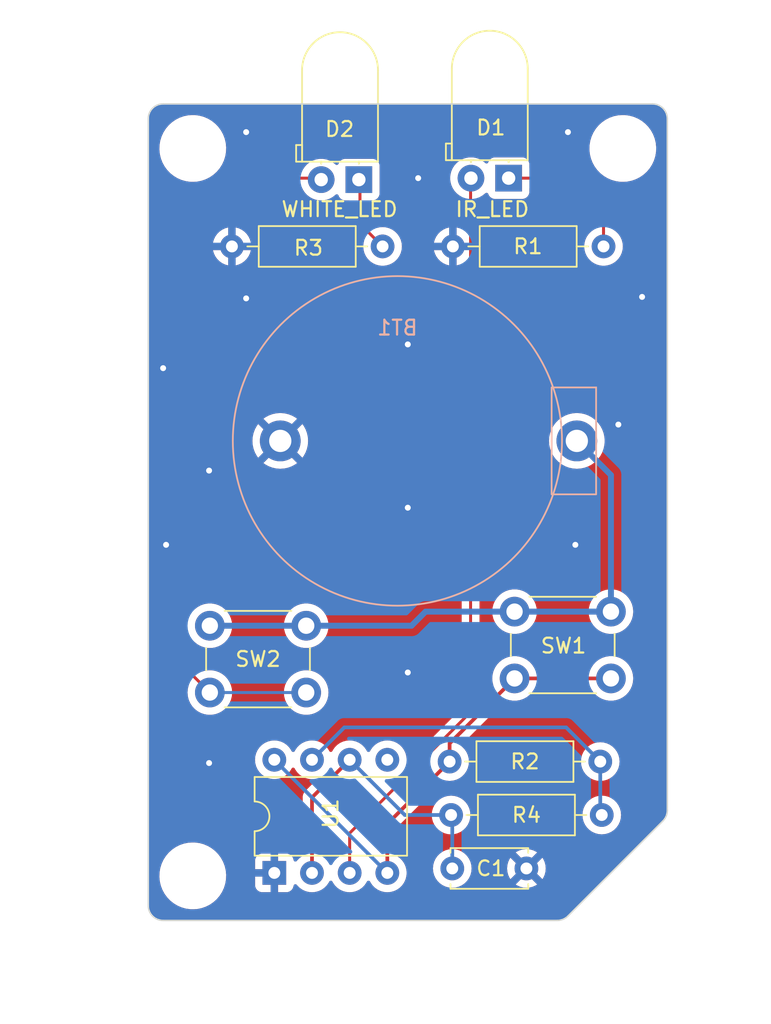
<source format=kicad_pcb>
(kicad_pcb (version 20221018) (generator pcbnew)
  (layers (0 "F.Cu" signal) (31 "B.Cu" signal) (34 "B.Paste" user) (35 "F.Paste" user) (36 "B.SilkS" user "B.Silkscreen") (37 "F.SilkS" user "F.Silkscreen") (38 "B.Mask" user) (39 "F.Mask" user) (44 "Edge.Cuts" user))
  (net 0 "")
  (net 1 "+BATT")
  (net 2 "GND")
  (net 3 "Net-(D1-K)")
  (net 4 "Net-(D2-K)")
  (net 5 "Net-(D2-A)")
  (net 6 "/VIN")
  (net 8 "/5_SINK")
  (net 9 "/5_OUT")
  (net 10 "/5_DIV")
  (footprint "Button_Switch_THT:SW_PUSH_6mm" (layer "F.Cu") (at 124.15 63.15)
    (fp_text reference "SW2" (at 3.25 2.25) (layer "F.SilkS"))
    (fp_text value "SW_Push_SPDT")
    (fp_line (start -0.25 1.5) (end -0.25 3) (stroke (width 0.12)) (layer "F.SilkS"))
    (fp_line (start 1 5.5) (end 5.5 5.5) (stroke (width 0.12)) (layer "F.SilkS"))
    (fp_line (start 5.5 -1) (end 1 -1) (stroke (width 0.12)) (layer "F.SilkS"))
    (fp_line (start 6.75 3) (end 6.75 1.5) (stroke (width 0.12)) (layer "F.SilkS"))
    (pad "1" thru_hole circle (at 0 0 90) (size 2 2) (drill 1.1) (layers "*.Cu" "*.Mask") (net 1 "+BATT"))
    (pad "1" thru_hole circle (at 6.5 0 90) (size 2 2) (drill 1.1) (layers "*.Cu" "*.Mask") (net 1 "+BATT"))
    (pad "2" thru_hole circle (at 0 4.5 90) (size 2 2) (drill 1.1) (layers "*.Cu" "*.Mask") (net 5 "Net-(D2-A)"))
    (pad "2" thru_hole circle (at 6.5 4.5 90) (size 2 2) (drill 1.1) (layers "*.Cu" "*.Mask") (net 5 "Net-(D2-A)"))
  )
  (footprint "Button_Switch_THT:SW_PUSH_6mm" (layer "F.Cu") (at 144.7 62.2)
    (fp_text reference "SW1" (at 3.3 2.3) (layer "F.SilkS"))
    (fp_text value "SW_Push_SPDT")
    (fp_line (start -0.25 1.5) (end -0.25 3) (stroke (width 0.12)) (layer "F.SilkS"))
    (fp_line (start 1 5.5) (end 5.5 5.5) (stroke (width 0.12)) (layer "F.SilkS"))
    (fp_line (start 5.5 -1) (end 1 -1) (stroke (width 0.12)) (layer "F.SilkS"))
    (fp_line (start 6.75 3) (end 6.75 1.5) (stroke (width 0.12)) (layer "F.SilkS"))
    (pad "1" thru_hole circle (at 0 0 90) (size 2 2) (drill 1.1) (layers "*.Cu" "*.Mask") (net 1 "+BATT"))
    (pad "1" thru_hole circle (at 6.5 0 90) (size 2 2) (drill 1.1) (layers "*.Cu" "*.Mask") (net 1 "+BATT"))
    (pad "2" thru_hole circle (at 0 4.5 90) (size 2 2) (drill 1.1) (layers "*.Cu" "*.Mask") (net 6 "/VIN"))
    (pad "2" thru_hole circle (at 6.5 4.5 90) (size 2 2) (drill 1.1) (layers "*.Cu" "*.Mask") (net 6 "/VIN"))
  )
  (footprint "MountingHole:MountingHole_2.5mm" (layer "F.Cu") (at 152 31)
    (fp_text reference "M2" hide)
    (fp_text value "MountingHole_2.5mm" hide)
    (pad "" np_thru_hole circle (at 0 0) (size 2.5 2.5) (drill 2.5) (layers "F&B.Cu" "*.Mask"))
    (pad "" np_thru_hole circle (at 0 0) (size 2.5 2.5) (drill 2.5) (layers "F&B.Cu" "*.Mask"))
  )
  (footprint "Package_DIP:DIP-8_W7.62mm" (layer "F.Cu") (at 128.5 79.8 90)
    (fp_text reference "U1" (at 4 3.8 90) (layer "F.SilkS"))
    (fp_text value "NE555P")
    (fp_line (start 1.16 -1.33) (end 1.16 8.95) (stroke (width 0.12)) (layer "F.SilkS"))
    (fp_line (start 1.16 8.95) (end 6.46 8.95) (stroke (width 0.12)) (layer "F.SilkS"))
    (fp_line (start 2.81 -1.33) (end 1.16 -1.33) (stroke (width 0.12)) (layer "F.SilkS"))
    (fp_line (start 6.46 -1.33) (end 4.81 -1.33) (stroke (width 0.12)) (layer "F.SilkS"))
    (fp_line (start 6.46 8.95) (end 6.46 -1.33) (stroke (width 0.12)) (layer "F.SilkS"))
    (fp_arc (start 4.81 -1.33) (mid 3.81 -0.33) (end 2.81 -1.33) (stroke (width 0.12)) (layer "F.SilkS"))
    (pad "1" thru_hole rect (at 0 0 90) (size 1.6 1.6) (drill 0.8) (layers "*.Cu" "*.Mask") (net 2 "GND"))
    (pad "2" thru_hole oval (at 0 2.54 90) (size 1.6 1.6) (drill 0.8) (layers "*.Cu" "*.Mask") (net 8 "/5_SINK"))
    (pad "3" thru_hole oval (at 0 5.08 90) (size 1.6 1.6) (drill 0.8) (layers "*.Cu" "*.Mask") (net 9 "/5_OUT"))
    (pad "4" thru_hole oval (at 0 7.62 90) (size 1.6 1.6) (drill 0.8) (layers "*.Cu" "*.Mask") (net 6 "/VIN"))
    (pad "5" thru_hole oval (at 7.62 7.62 90) (size 1.6 1.6) (drill 0.8) (layers "*.Cu" "*.Mask"))
    (pad "6" thru_hole oval (at 7.62 5.08 90) (size 1.6 1.6) (drill 0.8) (layers "*.Cu" "*.Mask") (net 8 "/5_SINK"))
    (pad "7" thru_hole oval (at 7.62 2.54 90) (size 1.6 1.6) (drill 0.8) (layers "*.Cu" "*.Mask") (net 10 "/5_DIV"))
    (pad "8" thru_hole oval (at 7.62 0 90) (size 1.6 1.6) (drill 0.8) (layers "*.Cu" "*.Mask") (net 6 "/VIN"))
  )
  (footprint "MountingHole:MountingHole_2.5mm" (layer "F.Cu") (at 123 80)
    (fp_text reference "M3" hide)
    (fp_text value "MountingHole_2.5mm" hide)
    (pad "" np_thru_hole circle (at 0 0) (size 2.5 2.5) (drill 2.5) (layers "*.Cu" "*.Mask"))
    (pad "" np_thru_hole circle (at 0 0) (size 2.5 2.5) (drill 2.5) (layers "*.Cu" "*.Mask"))
  )
  (footprint "MountingHole:MountingHole_2.5mm" (layer "F.Cu") (at 123 31)
    (fp_text reference "M1" hide)
    (fp_text value "MountingHole_2.5mm" hide)
    (pad "" np_thru_hole circle (at 0 0) (size 2.5 2.5) (drill 2.5) (layers "*.Cu" "*.Mask"))
    (pad "" np_thru_hole circle (at 0 0) (size 2.5 2.5) (drill 2.5) (layers "*.Cu" "*.Mask"))
  )
  (footprint "Resistor_THT:R_Axial_DIN0207_L6.3mm_D2.5mm_P10.16mm_Horizontal" (layer "F.Cu") (at 135.8 37.6 180)
    (fp_text reference "R3" (at 5 -0.1) (layer "F.SilkS"))
    (fp_text value "47R")
    (fp_line (start 1.04 0) (end 1.81 0) (stroke (width 0.12)) (layer "F.SilkS"))
    (fp_line (start 1.81 -1.37) (end 1.81 1.37) (stroke (width 0.12)) (layer "F.SilkS"))
    (fp_line (start 1.81 1.37) (end 8.35 1.37) (stroke (width 0.12)) (layer "F.SilkS"))
    (fp_line (start 8.35 -1.37) (end 1.81 -1.37) (stroke (width 0.12)) (layer "F.SilkS"))
    (fp_line (start 8.35 1.37) (end 8.35 -1.37) (stroke (width 0.12)) (layer "F.SilkS"))
    (fp_line (start 9.12 0) (end 8.35 0) (stroke (width 0.12)) (layer "F.SilkS"))
    (pad "1" thru_hole circle (at 0 0 180) (size 1.6 1.6) (drill 0.8) (layers "*.Cu" "*.Mask") (net 4 "Net-(D2-K)"))
    (pad "2" thru_hole oval (at 10.16 0 180) (size 1.6 1.6) (drill 0.8) (layers "*.Cu" "*.Mask") (net 2 "GND"))
  )
  (footprint "Resistor_THT:R_Axial_DIN0207_L6.3mm_D2.5mm_P10.16mm_Horizontal" (layer "F.Cu") (at 150.48 72.3 180)
    (fp_text reference "R2" (at 5.08 0) (layer "F.SilkS"))
    (fp_text value "1M")
    (fp_line (start 1.04 0) (end 1.81 0) (stroke (width 0.12)) (layer "F.SilkS"))
    (fp_line (start 1.81 -1.37) (end 1.81 1.37) (stroke (width 0.12)) (layer "F.SilkS"))
    (fp_line (start 1.81 1.37) (end 8.35 1.37) (stroke (width 0.12)) (layer "F.SilkS"))
    (fp_line (start 8.35 -1.37) (end 1.81 -1.37) (stroke (width 0.12)) (layer "F.SilkS"))
    (fp_line (start 8.35 1.37) (end 8.35 -1.37) (stroke (width 0.12)) (layer "F.SilkS"))
    (fp_line (start 9.12 0) (end 8.35 0) (stroke (width 0.12)) (layer "F.SilkS"))
    (pad "1" thru_hole circle (at 0 0 180) (size 1.6 1.6) (drill 0.8) (layers "*.Cu" "*.Mask") (net 10 "/5_DIV"))
    (pad "2" thru_hole oval (at 10.16 0 180) (size 1.6 1.6) (drill 0.8) (layers "*.Cu" "*.Mask") (net 6 "/VIN"))
  )
  (footprint "LED_THT:LED_D5.0mm_Horizontal_O1.27mm_Z3.0mm" (layer "F.Cu") (at 144.3 33 180)
    (fp_text reference "D1" (at 1.2 3.4 180) (layer "F.SilkS"))
    (fp_text value "IR_LED" (at 1.1 -2.1 180) (layer "F.SilkS"))
    (fp_line (start -1.29 1.21) (end -1.29 7.37) (stroke (width 0.12)) (layer "F.SilkS"))
    (fp_line (start -1.29 1.21) (end 3.83 1.21) (stroke (width 0.12)) (layer "F.SilkS"))
    (fp_line (start 0 1.08) (end 0 1.08) (stroke (width 0.12)) (layer "F.SilkS"))
    (fp_line (start 0 1.08) (end 0 1.21) (stroke (width 0.12)) (layer "F.SilkS"))
    (fp_line (start 0 1.21) (end 0 1.08) (stroke (width 0.12)) (layer "F.SilkS"))
    (fp_line (start 0 1.21) (end 0 1.21) (stroke (width 0.12)) (layer "F.SilkS"))
    (fp_line (start 2.54 1.08) (end 2.54 1.08) (stroke (width 0.12)) (layer "F.SilkS"))
    (fp_line (start 2.54 1.08) (end 2.54 1.21) (stroke (width 0.12)) (layer "F.SilkS"))
    (fp_line (start 2.54 1.21) (end 2.54 1.08) (stroke (width 0.12)) (layer "F.SilkS"))
    (fp_line (start 2.54 1.21) (end 2.54 1.21) (stroke (width 0.12)) (layer "F.SilkS"))
    (fp_line (start 3.83 1.21) (end 3.83 7.37) (stroke (width 0.12)) (layer "F.SilkS"))
    (fp_line (start 3.83 1.21) (end 4.23 1.21) (stroke (width 0.12)) (layer "F.SilkS"))
    (fp_line (start 3.83 2.33) (end 3.83 1.21) (stroke (width 0.12)) (layer "F.SilkS"))
    (fp_line (start 4.23 1.21) (end 4.23 2.33) (stroke (width 0.12)) (layer "F.SilkS"))
    (fp_line (start 4.23 2.33) (end 3.83 2.33) (stroke (width 0.12)) (layer "F.SilkS"))
    (fp_arc (start 3.83 7.37) (mid 1.27 9.93) (end -1.29 7.37) (stroke (width 0.12)) (layer "F.SilkS"))
    (pad "1" thru_hole rect (at 0 0 180) (size 1.8 1.8) (drill 0.9) (layers "*.Cu" "*.Mask") (net 3 "Net-(D1-K)"))
    (pad "2" thru_hole circle (at 2.54 0 180) (size 1.8 1.8) (drill 0.9) (layers "*.Cu" "*.Mask") (net 9 "/5_OUT"))
  )
  (footprint "Resistor_THT:R_Axial_DIN0207_L6.3mm_D2.5mm_P10.16mm_Horizontal" (layer "F.Cu") (at 150.58 75.9 180)
    (fp_text reference "R4" (at 5.08 0) (layer "F.SilkS"))
    (fp_text value "1M")
    (fp_line (start 1.04 0) (end 1.81 0) (stroke (width 0.12)) (layer "F.SilkS"))
    (fp_line (start 1.81 -1.37) (end 1.81 1.37) (stroke (width 0.12)) (layer "F.SilkS"))
    (fp_line (start 1.81 1.37) (end 8.35 1.37) (stroke (width 0.12)) (layer "F.SilkS"))
    (fp_line (start 8.35 -1.37) (end 1.81 -1.37) (stroke (width 0.12)) (layer "F.SilkS"))
    (fp_line (start 8.35 1.37) (end 8.35 -1.37) (stroke (width 0.12)) (layer "F.SilkS"))
    (fp_line (start 9.12 0) (end 8.35 0) (stroke (width 0.12)) (layer "F.SilkS"))
    (pad "1" thru_hole circle (at 0 0 180) (size 1.6 1.6) (drill 0.8) (layers "*.Cu" "*.Mask") (net 10 "/5_DIV"))
    (pad "2" thru_hole oval (at 10.16 0 180) (size 1.6 1.6) (drill 0.8) (layers "*.Cu" "*.Mask") (net 8 "/5_SINK"))
  )
  (footprint "Capacitor_THT:C_Disc_D5.0mm_W2.5mm_P5.00mm" (layer "F.Cu") (at 140.5 79.5)
    (fp_text reference "C1" (at 2.6 0) (layer "F.SilkS"))
    (fp_text value "4.7n")
    (fp_line (start -0.12 -1.37) (end -0.12 -1.055) (stroke (width 0.12)) (layer "F.SilkS"))
    (fp_line (start -0.12 -1.37) (end 5.12 -1.37) (stroke (width 0.12)) (layer "F.SilkS"))
    (fp_line (start -0.12 1.055) (end -0.12 1.37) (stroke (width 0.12)) (layer "F.SilkS"))
    (fp_line (start -0.12 1.37) (end 5.12 1.37) (stroke (width 0.12)) (layer "F.SilkS"))
    (fp_line (start 5.12 -1.37) (end 5.12 -1.055) (stroke (width 0.12)) (layer "F.SilkS"))
    (fp_line (start 5.12 1.055) (end 5.12 1.37) (stroke (width 0.12)) (layer "F.SilkS"))
    (pad "1" thru_hole circle (at 0 0) (size 1.6 1.6) (drill 0.8) (layers "*.Cu" "*.Mask") (net 8 "/5_SINK"))
    (pad "2" thru_hole circle (at 5 0) (size 1.6 1.6) (drill 0.8) (layers "*.Cu" "*.Mask") (net 2 "GND"))
  )
  (footprint "Resistor_THT:R_Axial_DIN0207_L6.3mm_D2.5mm_P10.16mm_Horizontal" (layer "F.Cu") (at 150.7 37.6 180)
    (fp_text reference "R1" (at 5.1 0) (layer "F.SilkS"))
    (fp_text value "47R")
    (fp_line (start 1.04 0) (end 1.81 0) (stroke (width 0.12)) (layer "F.SilkS"))
    (fp_line (start 1.81 -1.37) (end 1.81 1.37) (stroke (width 0.12)) (layer "F.SilkS"))
    (fp_line (start 1.81 1.37) (end 8.35 1.37) (stroke (width 0.12)) (layer "F.SilkS"))
    (fp_line (start 8.35 -1.37) (end 1.81 -1.37) (stroke (width 0.12)) (layer "F.SilkS"))
    (fp_line (start 8.35 1.37) (end 8.35 -1.37) (stroke (width 0.12)) (layer "F.SilkS"))
    (fp_line (start 9.12 0) (end 8.35 0) (stroke (width 0.12)) (layer "F.SilkS"))
    (pad "1" thru_hole circle (at 0 0 180) (size 1.6 1.6) (drill 0.8) (layers "*.Cu" "*.Mask") (net 3 "Net-(D1-K)"))
    (pad "2" thru_hole oval (at 10.16 0 180) (size 1.6 1.6) (drill 0.8) (layers "*.Cu" "*.Mask") (net 2 "GND"))
  )
  (footprint "LED_THT:LED_D5.0mm_Horizontal_O1.27mm_Z3.0mm" (layer "F.Cu") (at 134.2 33.1 180)
    (fp_text reference "D2" (at 1.3 3.4 180) (layer "F.SilkS"))
    (fp_text value "WHITE_LED" (at 1.3 -2 180) (layer "F.SilkS"))
    (fp_line (start -1.29 1.21) (end -1.29 7.37) (stroke (width 0.12)) (layer "F.SilkS"))
    (fp_line (start -1.29 1.21) (end 3.83 1.21) (stroke (width 0.12)) (layer "F.SilkS"))
    (fp_line (start 0 1.08) (end 0 1.08) (stroke (width 0.12)) (layer "F.SilkS"))
    (fp_line (start 0 1.08) (end 0 1.21) (stroke (width 0.12)) (layer "F.SilkS"))
    (fp_line (start 0 1.21) (end 0 1.08) (stroke (width 0.12)) (layer "F.SilkS"))
    (fp_line (start 0 1.21) (end 0 1.21) (stroke (width 0.12)) (layer "F.SilkS"))
    (fp_line (start 2.54 1.08) (end 2.54 1.08) (stroke (width 0.12)) (layer "F.SilkS"))
    (fp_line (start 2.54 1.08) (end 2.54 1.21) (stroke (width 0.12)) (layer "F.SilkS"))
    (fp_line (start 2.54 1.21) (end 2.54 1.08) (stroke (width 0.12)) (layer "F.SilkS"))
    (fp_line (start 2.54 1.21) (end 2.54 1.21) (stroke (width 0.12)) (layer "F.SilkS"))
    (fp_line (start 3.83 1.21) (end 3.83 7.37) (stroke (width 0.12)) (layer "F.SilkS"))
    (fp_line (start 3.83 1.21) (end 4.23 1.21) (stroke (width 0.12)) (layer "F.SilkS"))
    (fp_line (start 3.83 2.33) (end 3.83 1.21) (stroke (width 0.12)) (layer "F.SilkS"))
    (fp_line (start 4.23 1.21) (end 4.23 2.33) (stroke (width 0.12)) (layer "F.SilkS"))
    (fp_line (start 4.23 2.33) (end 3.83 2.33) (stroke (width 0.12)) (layer "F.SilkS"))
    (fp_arc (start 3.83 7.37) (mid 1.27 9.93) (end -1.29 7.37) (stroke (width 0.12)) (layer "F.SilkS"))
    (pad "1" thru_hole rect (at 0 0 180) (size 1.8 1.8) (drill 0.9) (layers "*.Cu" "*.Mask") (net 4 "Net-(D2-K)"))
    (pad "2" thru_hole circle (at 2.54 0 180) (size 1.8 1.8) (drill 0.9) (layers "*.Cu" "*.Mask") (net 5 "Net-(D2-A)"))
  )
  (footprint "REB:REB_BatteryHolder_2032" (layer "B.Cu") (at 136.8 50.7)
    (fp_text reference "BT1" (at 0 -7.62 180) (layer "B.SilkS") (effects (justify mirror)))
    (fp_text value "CR2032")
    (fp_rect (start 13.4 -3.6) (end 10.4 3.6) (stroke (width 0.12)) (fill none) (layer "B.SilkS"))
    (fp_circle (center 0 0) (end 11.1 0) (stroke (width 0.12)) (fill none) (layer "B.SilkS"))
    (pad "1" thru_hole circle (at 12.1 0) (size 2.75 2.75) (drill 1.5) (layers "*.Cu" "*.Mask") (net 1 "+BATT"))
    (pad "2" thru_hole circle (at -7.9 0) (size 2.75 2.75) (drill 1.5) (layers "*.Cu" "*.Mask") (net 2 "GND"))
  )
  (gr_arc (start 148.292893 82.707107) (mid 147.96847 82.92388) (end 147.585786 83) (stroke (width 0.1)) (layer "Edge.Cuts"))
  (gr_line (start 154 28) (end 121 28) (stroke (width 0.1)) (layer "Edge.Cuts"))
  (gr_arc (start 155 75.585786) (mid 154.923884 75.968472) (end 154.707107 76.292893) (stroke (width 0.1)) (layer "Edge.Cuts"))
  (gr_line (start 148.292893 82.707107) (end 154.707107 76.292893) (stroke (width 0.1)) (layer "Edge.Cuts"))
  (gr_arc (start 121 83) (mid 120.292893 82.707107) (end 120 82) (stroke (width 0.1)) (layer "Edge.Cuts"))
  (gr_line (start 155 75.585786) (end 155 29) (stroke (width 0.1)) (layer "Edge.Cuts"))
  (gr_line (start 120 29) (end 120 82) (stroke (width 0.1)) (layer "Edge.Cuts"))
  (gr_line (start 121 83) (end 147.585786 83) (stroke (width 0.1)) (layer "Edge.Cuts"))
  (gr_arc (start 120 29) (mid 120.292893 28.292893) (end 121 28) (stroke (width 0.1)) (layer "Edge.Cuts"))
  (gr_arc (start 154 28) (mid 154.707107 28.292893) (end 155 29) (stroke (width 0.1)) (layer "Edge.Cuts"))
  (segment (start 151.2 62.2) (end 144.7 62.2) (width 0.4) (layer "B.Cu") (net 1))
  (segment (start 144.7 62.2) (end 138.7 62.2) (width 0.4) (layer "B.Cu") (net 1))
  (segment (start 148.9 50.7) (end 151.2 53) (width 0.4) (layer "B.Cu") (net 1))
  (segment (start 137.75 63.15) (end 130.65 63.15) (width 0.4) (layer "B.Cu") (net 1))
  (segment (start 130.65 63.15) (end 124.15 63.15) (width 0.4) (layer "B.Cu") (net 1))
  (segment (start 138.7 62.2) (end 137.75 63.15) (width 0.4) (layer "B.Cu") (net 1))
  (segment (start 151.2 53) (end 151.2 62.2) (width 0.4) (layer "B.Cu") (net 1))
  (via (at 148.8 57.7) (size 0.8) (drill 0.4) (layers "F.Cu" "B.Cu") (net 2))
  (via (at 121 45.8) (size 0.8) (drill 0.4) (layers "F.Cu" "B.Cu") (net 2))
  (via (at 126.6 29.9) (size 0.8) (drill 0.4) (layers "F.Cu" "B.Cu") (net 2))
  (via (at 153.3 41) (size 0.8) (drill 0.4) (layers "F.Cu" "B.Cu") (net 2))
  (via (at 124.1 52.7) (size 0.8) (drill 0.4) (layers "F.Cu" "B.Cu") (net 2))
  (via (at 126.6 41.1) (size 0.8) (drill 0.4) (layers "F.Cu" "B.Cu") (net 2))
  (via (at 138.2 33) (size 0.8) (drill 0.4) (layers "F.Cu" "B.Cu") (net 2))
  (via (at 137.5 66.3) (size 0.8) (drill 0.4) (layers "F.Cu" "B.Cu") (net 2))
  (via (at 151.7 49.6) (size 0.8) (drill 0.4) (layers "F.Cu" "B.Cu") (net 2))
  (via (at 148.3 29.9) (size 0.8) (drill 0.4) (layers "F.Cu" "B.Cu") (net 2))
  (via (at 137.5 44.2) (size 0.8) (drill 0.4) (layers "F.Cu" "B.Cu") (net 2))
  (via (at 124.1 72.4) (size 0.8) (drill 0.4) (layers "F.Cu" "B.Cu") (net 2))
  (via (at 121.2 57.7) (size 0.8) (drill 0.4) (layers "F.Cu" "B.Cu") (net 2))
  (via (at 137.5 55.2) (size 0.8) (drill 0.4) (layers "F.Cu" "B.Cu") (net 2))
  (segment (start 147.88 33) (end 150.7 35.82) (width 0.2) (layer "F.Cu") (net 3))
  (segment (start 144.3 33) (end 147.88 33) (width 0.2) (layer "F.Cu") (net 3))
  (segment (start 150.7 35.82) (end 150.7 37.6) (width 0.2) (layer "F.Cu") (net 3))
  (segment (start 144.275 32.975) (end 144.3 33) (width 0.2) (layer "B.Cu") (net 3))
  (segment (start 134.275 33.175) (end 134.275 36.075) (width 0.2) (layer "F.Cu") (net 4))
  (segment (start 134.275 36.075) (end 135.8 37.6) (width 0.2) (layer "F.Cu") (net 4))
  (segment (start 134.2 33.1) (end 134.275 33.175) (width 0.2) (layer "F.Cu") (net 4))
  (segment (start 125.5 33) (end 131.56 33) (width 0.2) (layer "F.Cu") (net 5))
  (segment (start 122.3 36.2) (end 125.5 33) (width 0.2) (layer "F.Cu") (net 5))
  (segment (start 124.15 67.65) (end 122.3 65.8) (width 0.2) (layer "F.Cu") (net 5))
  (segment (start 131.56 33) (end 131.66 33.1) (width 0.2) (layer "F.Cu") (net 5))
  (segment (start 122.3 65.8) (end 122.3 36.2) (width 0.2) (layer "F.Cu") (net 5))
  (segment (start 124.15 67.65) (end 130.65 67.65) (width 0.2) (layer "B.Cu") (net 5))
  (segment (start 144.7 66.7) (end 140.32 71.08) (width 0.25) (layer "F.Cu") (net 6))
  (segment (start 151.2 66.7) (end 144.7 66.7) (width 0.25) (layer "F.Cu") (net 6))
  (segment (start 140.32 72.3) (end 136.12 76.5) (width 0.25) (layer "F.Cu") (net 6))
  (segment (start 140.32 71.08) (end 140.32 72.3) (width 0.25) (layer "F.Cu") (net 6))
  (segment (start 136.12 76.5) (end 136.12 79.8) (width 0.25) (layer "F.Cu") (net 6))
  (segment (start 136.12 79.8) (end 128.5 72.18) (width 0.25) (layer "B.Cu") (net 6))
  (segment (start 131.04 79.8) (end 131.04 74.72) (width 0.25) (layer "F.Cu") (net 8))
  (segment (start 131.04 74.72) (end 133.58 72.18) (width 0.25) (layer "F.Cu") (net 8))
  (segment (start 140.5 75.98) (end 140.42 75.9) (width 0.25) (layer "B.Cu") (net 8))
  (segment (start 140.5 79.5) (end 140.5 75.98) (width 0.25) (layer "B.Cu") (net 8))
  (segment (start 140.42 75.9) (end 137.3 75.9) (width 0.25) (layer "B.Cu") (net 8))
  (segment (start 137.3 75.9) (end 133.58 72.18) (width 0.25) (layer "B.Cu") (net 8))
  (segment (start 141.735 33.025) (end 141.735 68.965) (width 0.2) (layer "F.Cu") (net 9))
  (segment (start 133.58 79.8) (end 133.7 79.8) (width 0.2) (layer "F.Cu") (net 9))
  (segment (start 141.735 68.965) (end 133.58 77.12) (width 0.2) (layer "F.Cu") (net 9))
  (segment (start 141.76 33) (end 141.735 33.025) (width 0.2) (layer "F.Cu") (net 9))
  (segment (start 133.58 77.12) (end 133.58 79.8) (width 0.2) (layer "F.Cu") (net 9))
  (segment (start 131.04 72.18) (end 133.22 70) (width 0.25) (layer "B.Cu") (net 10))
  (segment (start 150.48 72.3) (end 150.48 75.8) (width 0.25) (layer "B.Cu") (net 10))
  (segment (start 133.22 70) (end 148.18 70) (width 0.25) (layer "B.Cu") (net 10))
  (segment (start 150.48 75.8) (end 150.58 75.9) (width 0.25) (layer "B.Cu") (net 10))
  (segment (start 148.18 70) (end 150.48 72.3) (width 0.25) (layer "B.Cu") (net 10))
  (zone (net 2) (net_name "GND") (layers "F&B.Cu") (connect_pads (clearance 0.5)) (min_thickness 0.25) (fill yes (thermal_gap 0.5) (thermal_bridge_width 0.5))
    (polygon (pts (xy 162 21) (xy 162 90) (xy 110 90) (xy 110 21)))
  )
)
</source>
